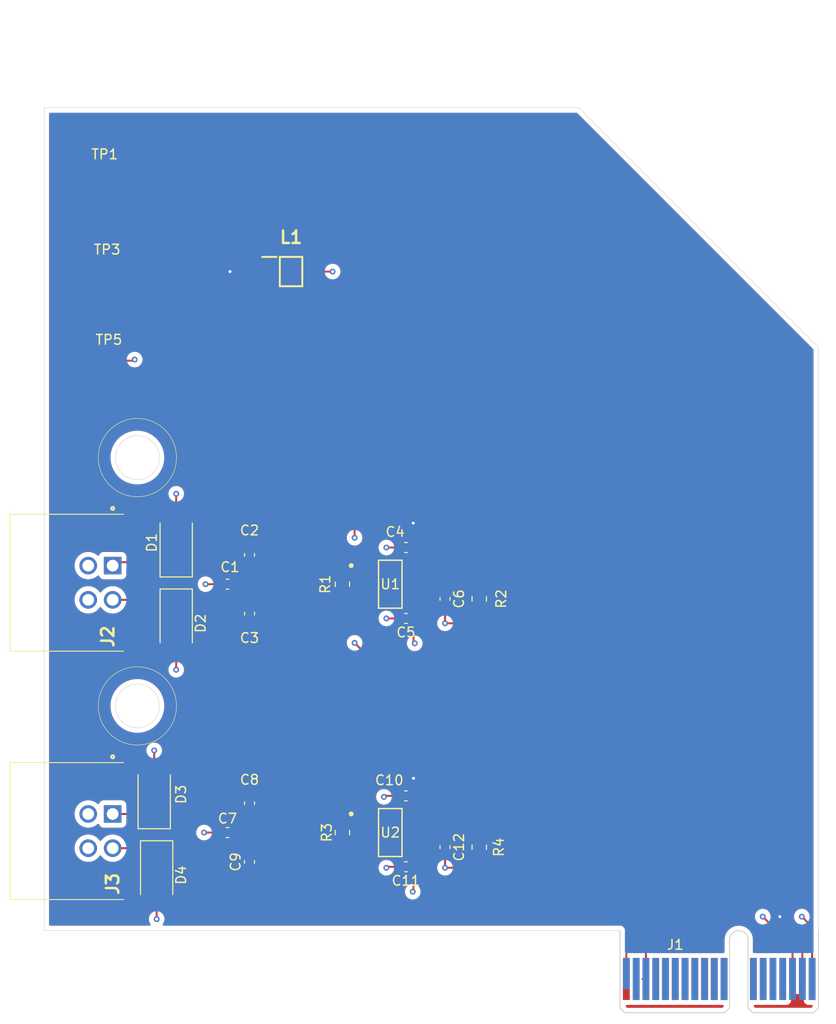
<source format=kicad_pcb>
(kicad_pcb (version 20241229) (generator "pcbnew") (generator_version "9.0")
  (layers (0 "F.Cu" signal) (4 "In1.Cu" signal) (6 "In2.Cu" signal) (2 "B.Cu" signal) (13 "F.Paste" user) (15 "B.Paste" user) (5 "F.SilkS" user "F.Silkscreen") (7 "B.SilkS" user "B.Silkscreen") (1 "F.Mask" user) (3 "B.Mask" user) (25 "Edge.Cuts" user))
  (net 0 "")
  (net 1 "GND")
  (net 2 "/S_{1-}")
  (net 3 "+12V")
  (net 4 "/S_{2-}")
  (net 7 "Net-(C1-Pad2)")
  (net 8 "/S_{1+}")
  (net 9 "+5V")
  (net 10 "/S_{1out}")
  (net 13 "/S_{2out}")
  (net 14 "/S_{2+}")
  (net 17 "-10V")
  (net 26 "Net-(C7-Pad2)")
  (net 47 "/S_{1test}")
  (net 48 "/S_{2test}")
  (net 50 "Net-(R1-Pad2)")
  (net 51 "-12V")
  (net 52 "Net-(R1-Pad1)")
  (net 53 "Net-(R3-Pad2)")
  (net 54 "Net-(R3-Pad1)")
  (footprint "Link Footprints:AD8244ARMZ" (layer "F.Cu") (at 117.75 61.775)
    (property "Reference" "L1" (at 0 -3.5 0) (layer "F.SilkS") (effects (font (size 1.27 1.27) (thickness 0.254))))
    (property "Value" "AD8244ARMZ" (hide yes))
    (fp_line (start -2.95 -1.5) (end -1.5 -1.5) (stroke (width 0.2)) (layer "F.SilkS"))
    (fp_line (start -1.15 -1.5) (end 1.15 -1.5) (stroke (width 0.2)) (layer "F.SilkS"))
    (fp_line (start -1.15 1.5) (end -1.15 -1.5) (stroke (width 0.2)) (layer "F.SilkS"))
    (fp_line (start 1.15 -1.5) (end 1.15 1.5) (stroke (width 0.2)) (layer "F.SilkS"))
    (fp_line (start 1.15 1.5) (end -1.15 1.5) (stroke (width 0.2)) (layer "F.SilkS"))
    (pad "1" smd rect (at -2.225 -1 90) (size 0.3 1.45) (layers "F.Cu" "F.Mask" "F.Paste") (net 10 "/S_{1out}"))
    (pad "2" smd rect (at -2.225 -0.5 90) (size 0.3 1.45) (layers "F.Cu" "F.Mask" "F.Paste") (net 47 "/S_{1test}"))
    (pad "3" smd rect (at -2.225 0 90) (size 0.3 1.45) (layers "F.Cu" "F.Mask" "F.Paste") (net 3 "+12V"))
    (pad "4" smd rect (at -2.225 0.5 90) (size 0.3 1.45) (layers "F.Cu" "F.Mask" "F.Paste") (net 48 "/S_{2test}"))
    (pad "5" smd rect (at -2.225 1 90) (size 0.3 1.45) (layers "F.Cu" "F.Mask" "F.Paste") (net 13 "/S_{2out}"))
    (pad "6" smd rect (at 2.225 1 90) (size 0.3 1.45) (layers "F.Cu" "F.Mask" "F.Paste"))
    (pad "7" smd rect (at 2.225 0.5 90) (size 0.3 1.45) (layers "F.Cu" "F.Mask" "F.Paste"))
    (pad "8" smd rect (at 2.225 0 90) (size 0.3 1.45) (layers "F.Cu" "F.Mask" "F.Paste") (net 1 "GND"))
    (pad "9" smd rect (at 2.225 -0.5 90) (size 0.3 1.45) (layers "F.Cu" "F.Mask" "F.Paste"))
    (pad "10" smd rect (at 2.225 -1 90) (size 0.3 1.45) (layers "F.Cu" "F.Mask" "F.Paste"))
  )
  (footprint "Capacitor_SMD:C_0603_1608Metric" (layer "F.Cu") (at 133.5 120.65 -90)
    (property "Reference" "C12" (at 0 -1.43 90) (layer "F.SilkS"))
    (property "Value" "100pF")
    (fp_line (start -0.14058 0.51) (end 0.14058 0.51) (stroke (width 0.12)) (layer "F.SilkS"))
    (fp_line (start -0.14058 -0.51) (end 0.14058 -0.51) (stroke (width 0.12)) (layer "F.SilkS"))
    (pad "1" smd roundrect (at -0.775 0 270) (size 0.9 0.95) (layers "F.Cu" "F.Mask" "F.Paste") (net 17 "-10V"))
    (pad "2" smd roundrect (at 0.775 0 270) (size 0.9 0.95) (layers "F.Cu" "F.Mask" "F.Paste") (net 1 "GND"))
  )
  (footprint "Link Footprints:Keystone_5017" (layer "F.Cu") (at 96.9375 72.025)
    (property "Reference" "TP5" (at 2.18 -3.28 0) (layer "F.SilkS"))
    (property "Value" "GND")
    (pad "1" smd rect (at 1.965 -1.14) (size 3.43 1.78) (layers "F.Cu" "F.Mask" "F.Paste") (net 1 "GND"))
  )
  (footprint "Capacitor_SMD:C_0603_1608Metric" (layer "F.Cu") (at 129.5 122.65 180)
    (property "Reference" "C11" (at 0 -1.43 0) (layer "F.SilkS"))
    (property "Value" "0.1 uF")
    (fp_line (start -0.14058 0.51) (end 0.14058 0.51) (stroke (width 0.12)) (layer "F.SilkS"))
    (fp_line (start -0.14058 -0.51) (end 0.14058 -0.51) (stroke (width 0.12)) (layer "F.SilkS"))
    (pad "1" smd roundrect (at -0.775 0 180) (size 0.9 0.95) (layers "F.Cu" "F.Mask" "F.Paste") (net 51 "-12V"))
    (pad "2" smd roundrect (at 0.775 0 180) (size 0.9 0.95) (layers "F.Cu" "F.Mask" "F.Paste") (net 1 "GND"))
  )
  (footprint "Capacitor_SMD:C_0603_1608Metric" (layer "F.Cu") (at 129.5 90 180)
    (property "Reference" "C4" (at 1.1 1.6 0) (layer "F.SilkS"))
    (property "Value" "0.1 uF")
    (fp_line (start -0.14058 0.51) (end 0.14058 0.51) (stroke (width 0.12)) (layer "F.SilkS"))
    (fp_line (start -0.14058 -0.51) (end 0.14058 -0.51) (stroke (width 0.12)) (layer "F.SilkS"))
    (pad "1" smd roundrect (at -0.775 0 180) (size 0.9 0.95) (layers "F.Cu" "F.Mask" "F.Paste") (net 3 "+12V"))
    (pad "2" smd roundrect (at 0.775 0 180) (size 0.9 0.95) (layers "F.Cu" "F.Mask" "F.Paste") (net 1 "GND"))
  )
  (footprint "Resistor_SMD:R_0805_2012Metric" (layer "F.Cu") (at 137 95.25 90)
    (property "Reference" "R2" (at 0 2.25 90) (layer "F.SilkS"))
    (property "Value" "10k")
    (fp_line (start -0.227064 -0.735) (end 0.227064 -0.735) (stroke (width 0.12)) (layer "F.SilkS"))
    (fp_line (start -0.227064 0.735) (end 0.227064 0.735) (stroke (width 0.12)) (layer "F.SilkS"))
    (pad "1" smd roundrect (at -0.9125 0 90) (size 1.025 1.4) (layers "F.Cu" "F.Mask" "F.Paste") (roundrect_rratio 0.243902) (net 1 "GND"))
    (pad "2" smd roundrect (at 0.9125 0 90) (size 1.025 1.4) (layers "F.Cu" "F.Mask" "F.Paste") (roundrect_rratio 0.243902) (net 10 "/S_{1out}"))
  )
  (footprint "Link Footprints:PC-1053864" (layer "F.Cu") (at 101.6 127 -90)
    (property "Reference" "J3" (at -2.6 2.1 90) (layer "F.SilkS") (effects (font (size 1.27 1.27) (thickness 0.254))))
    (property "Value" "Conn_02x02_Odd_Even" (hide yes))
    (fp_line (start -15 12.6) (end -15 1) (stroke (width 0.1)) (layer "F.SilkS"))
    (fp_line (start -1 12.6) (end -15 12.6) (stroke (width 0.1)) (layer "F.SilkS"))
    (fp_line (start -1 1) (end -1 12.6) (stroke (width 0.1)) (layer "F.SilkS"))
    (fp_circle (center -15.6 2.1) (end -15.6 2.15) (stroke (width 0.2)) (fill no) (layer "F.SilkS"))
    (pad "1" thru_hole rect (at -9.75 2.1 270) (size 1.8 1.8) (drill 1.2) (layers "*.Cu" "*.Mask") (net 4 "/S_{2-}"))
    (pad "2" thru_hole circle (at -6.25 2.1 270) (size 1.8 1.8) (drill 1.2) (layers "*.Cu" "*.Mask") (net 14 "/S_{2+}"))
    (pad "3" thru_hole circle (at -9.75 4.6 270) (size 1.8 1.8) (drill 1.2) (layers "*.Cu" "*.Mask") (net 9 "+5V"))
    (pad "4" thru_hole circle (at -6.25 4.6 270) (size 1.8 1.8) (drill 1.2) (layers "*.Cu" "*.Mask") (net 1 "GND"))
  )
  (footprint "Resistor_SMD:R_0805_2012Metric" (layer "F.Cu") (at 137 120.65 90)
    (property "Reference" "R4" (at 0 2 90) (layer "F.SilkS"))
    (property "Value" "10k")
    (fp_line (start -0.227064 -0.735) (end 0.227064 -0.735) (stroke (width 0.12)) (layer "F.SilkS"))
    (fp_line (start -0.227064 0.735) (end 0.227064 0.735) (stroke (width 0.12)) (layer "F.SilkS"))
    (pad "1" smd roundrect (at -0.9125 0 90) (size 1.025 1.4) (layers "F.Cu" "F.Mask" "F.Paste") (roundrect_rratio 0.243902) (net 1 "GND"))
    (pad "2" smd roundrect (at 0.9125 0 90) (size 1.025 1.4) (layers "F.Cu" "F.Mask" "F.Paste") (roundrect_rratio 0.243902) (net 13 "/S_{2out}"))
  )
  (footprint "Link Footprints:PC-1053864" (layer "F.Cu") (at 101.6 101.6 -90)
    (property "Reference" "J2" (at -2.5 2.6 90) (layer "F.SilkS") (effects (font (size 1.27 1.27) (thickness 0.254))))
    (property "Value" "Conn_02x02_Odd_Even" (hide yes))
    (fp_line (start -15 12.6) (end -15 1) (stroke (width 0.1)) (layer "F.SilkS"))
    (fp_line (start -1 12.6) (end -15 12.6) (stroke (width 0.1)) (layer "F.SilkS"))
    (fp_line (start -1 1) (end -1 12.6) (stroke (width 0.1)) (layer "F.SilkS"))
    (fp_circle (center -15.6 2.1) (end -15.6 2.15) (stroke (width 0.2)) (fill no) (layer "F.SilkS"))
    (pad "1" thru_hole rect (at -9.75 2.1 270) (size 1.8 1.8) (drill 1.2) (layers "*.Cu" "*.Mask") (net 2 "/S_{1-}"))
    (pad "2" thru_hole circle (at -6.25 2.1 270) (size 1.8 1.8) (drill 1.2) (layers "*.Cu" "*.Mask") (net 8 "/S_{1+}"))
    (pad "3" thru_hole circle (at -9.75 4.6 270) (size 1.8 1.8) (drill 1.2) (layers "*.Cu" "*.Mask") (net 9 "+5V"))
    (pad "4" thru_hole circle (at -6.25 4.6 270) (size 1.8 1.8) (drill 1.2) (layers "*.Cu" "*.Mask") (net 1 "GND"))
  )
  (footprint "Link Footprints:Keystone_5017" (layer "F.Cu") (at 96.9375 52.975)
    (property "Reference" "TP1" (at 1.75 -3.2 0) (layer "F.SilkS"))
    (property "Value" "S1")
    (pad "1" smd rect (at 1.965 -1.14) (size 3.43 1.78) (layers "F.Cu" "F.Mask" "F.Paste") (net 47 "/S_{1test}"))
  )
  (footprint "Capacitor_SMD:C_0603_1608Metric" (layer "F.Cu") (at 113.5 116.15 90)
    (property "Reference" "C8" (at 2.4 0 180) (layer "F.SilkS"))
    (property "Value" "470pF")
    (fp_line (start -0.14058 -0.51) (end 0.14058 -0.51) (stroke (width 0.12)) (layer "F.SilkS"))
    (fp_line (start -0.14058 0.51) (end 0.14058 0.51) (stroke (width 0.12)) (layer "F.SilkS"))
    (pad "1" smd roundrect (at -0.775 0 90) (size 0.9 0.95) (layers "F.Cu" "F.Mask" "F.Paste") (net 26 "Net-(C7-Pad2)"))
    (pad "2" smd roundrect (at 0.775 0 90) (size 0.9 0.95) (layers "F.Cu" "F.Mask" "F.Paste") (net 4 "/S_{2-}"))
  )
  (footprint "Capacitor_SMD:C_0603_1608Metric" (layer "F.Cu") (at 113.5 90.75 90)
    (property "Reference" "C2" (at 2.5 0 180) (layer "F.SilkS"))
    (property "Value" "470pF")
    (fp_line (start -0.14058 -0.51) (end 0.14058 -0.51) (stroke (width 0.12)) (layer "F.SilkS"))
    (fp_line (start -0.14058 0.51) (end 0.14058 0.51) (stroke (width 0.12)) (layer "F.SilkS"))
    (pad "1" smd roundrect (at -0.775 0 90) (size 0.9 0.95) (layers "F.Cu" "F.Mask" "F.Paste") (net 7 "Net-(C1-Pad2)"))
    (pad "2" smd roundrect (at 0.775 0 90) (size 0.9 0.95) (layers "F.Cu" "F.Mask" "F.Paste") (net 2 "/S_{1-}"))
  )
  (footprint "Link Footprints:INA849" (layer "F.Cu") (at 127.9 93.75)
    (property "Reference" "U1" (at 0 0 0) (layer "F.SilkS"))
    (property "Value" "INA849D")
    (fp_line (start -1.2 -2.4525) (end 1.2 -2.4525) (stroke (width 0.15)) (layer "F.SilkS"))
    (fp_line (start -1.2 2.4525) (end -1.2 -2.4525) (stroke (width 0.15)) (layer "F.SilkS"))
    (fp_line (start -1.2 2.4525) (end 1.2 2.4525) (stroke (width 0.15)) (layer "F.SilkS"))
    (fp_line (start 1.2 2.4525) (end 1.2 -2.4525) (stroke (width 0.15)) (layer "F.SilkS"))
    (fp_circle (center -3.998178 -1.905) (end -3.873177 -1.905) (stroke (width 0.25)) (fill no) (layer "F.SilkS"))
    (pad "1" smd rect (at -2.3636 -1.905) (size 2.169158 0.582132) (layers "F.Cu" "F.Mask" "F.Paste") (net 2 "/S_{1-}"))
    (pad "2" smd rect (at -2.3636 -0.635) (size 2.169158 0.582132) (layers "F.Cu" "F.Mask" "F.Paste") (net 52 "Net-(R1-Pad1)"))
    (pad "3" smd rect (at -2.3636 0.635) (size 2.169158 0.582132) (layers "F.Cu" "F.Mask" "F.Paste") (net 50 "Net-(R1-Pad2)"))
    (pad "4" smd rect (at -2.3636 1.905) (size 2.169158 0.582132) (layers "F.Cu" "F.Mask" "F.Paste") (net 8 "/S_{1+}"))
    (pad "5" smd rect (at 2.3636 1.905) (size 2.169158 0.582132) (layers "F.Cu" "F.Mask" "F.Paste") (net 51 "-12V"))
    (pad "6" smd rect (at 2.3636 0.635) (size 2.169158 0.582132) (layers "F.Cu" "F.Mask" "F.Paste") (net 17 "-10V"))
    (pad "7" smd rect (at 2.3636 -0.635) (size 2.169158 0.582132) (layers "F.Cu" "F.Mask" "F.Paste") (net 10 "/S_{1out}"))
    (pad "8" smd rect (at 2.3636 -1.905) (size 2.169158 0.582132) (layers "F.Cu" "F.Mask" "F.Paste") (net 3 "+12V"))
  )
  (footprint "Capacitor_SMD:C_0603_1608Metric" (layer "F.Cu") (at 133.5 95.25 -90)
    (property "Reference" "C6" (at 0 -1.43 90) (layer "F.SilkS"))
    (property "Value" "100pF")
    (fp_line (start -0.14058 0.51) (end 0.14058 0.51) (stroke (width 0.12)) (layer "F.SilkS"))
    (fp_line (start -0.14058 -0.51) (end 0.14058 -0.51) (stroke (width 0.12)) (layer "F.SilkS"))
    (pad "1" smd roundrect (at -0.775 0 270) (size 0.9 0.95) (layers "F.Cu" "F.Mask" "F.Paste") (net 17 "-10V"))
    (pad "2" smd roundrect (at 0.775 0 270) (size 0.9 0.95) (layers "F.Cu" "F.Mask" "F.Paste") (net 1 "GND"))
  )
  (footprint "Diode_SMD:D_SMA" (layer "F.Cu") (at 104 123.5 -90)
    (property "Reference" "D4" (at 0 -2.5 90) (layer "F.SilkS"))
    (property "Value" "SMAJ20A")
    (fp_line (start -3.51 1.65) (end 2 1.65) (stroke (width 0.12)) (layer "F.SilkS"))
    (fp_line (start -3.51 -1.65) (end -3.51 1.65) (stroke (width 0.12)) (layer "F.SilkS"))
    (fp_line (start -3.51 -1.65) (end 2 -1.65) (stroke (width 0.12)) (layer "F.SilkS"))
    (pad "1" smd roundrect (at -2 0 270) (size 2.5 1.8) (layers "F.Cu" "F.Mask" "F.Paste") (roundrect_rratio 0.1388888889) (net 14 "/S_{2+}"))
    (pad "2" smd roundrect (at 2 0 270) (size 2.5 1.8) (layers "F.Cu" "F.Mask" "F.Paste") (roundrect_rratio 0.1388888889) (net 1 "GND"))
  )
  (footprint "Capacitor_SMD:C_0603_1608Metric" (layer "F.Cu") (at 129.5 115.4 180)
    (property "Reference" "C10" (at 1.7 1.6 0) (layer "F.SilkS"))
    (property "Value" "0.1 uF")
    (fp_line (start -0.14058 0.51) (end 0.14058 0.51) (stroke (width 0.12)) (layer "F.SilkS"))
    (fp_line (start -0.14058 -0.51) (end 0.14058 -0.51) (stroke (width 0.12)) (layer "F.SilkS"))
    (pad "1" smd roundrect (at -0.775 0 180) (size 0.9 0.95) (layers "F.Cu" "F.Mask" "F.Paste") (net 3 "+12V"))
    (pad "2" smd roundrect (at 0.775 0 180) (size 0.9 0.95) (layers "F.Cu" "F.Mask" "F.Paste") (net 1 "GND"))
  )
  (footprint "Capacitor_SMD:C_0603_1608Metric" (layer "F.Cu") (at 113.5 96.75 90)
    (property "Reference" "C3" (at -2.5 0 180) (layer "F.SilkS"))
    (property "Value" "470pF")
    (fp_line (start -0.14058 -0.51) (end 0.14058 -0.51) (stroke (width 0.12)) (layer "F.SilkS"))
    (fp_line (start -0.14058 0.51) (end 0.14058 0.51) (stroke (width 0.12)) (layer "F.SilkS"))
    (pad "1" smd roundrect (at -0.775 0 90) (size 0.9 0.95) (layers "F.Cu" "F.Mask" "F.Paste") (net 8 "/S_{1+}"))
    (pad "2" smd roundrect (at 0.775 0 90) (size 0.9 0.95) (layers "F.Cu" "F.Mask" "F.Paste") (net 7 "Net-(C1-Pad2)"))
  )
  (footprint "Capacitor_SMD:C_0603_1608Metric" (layer "F.Cu") (at 129.5 97.25 180)
    (property "Reference" "C5" (at 0 -1.43 0) (layer "F.SilkS"))
    (property "Value" "0.1 uF")
    (fp_line (start -0.14058 0.51) (end 0.14058 0.51) (stroke (width 0.12)) (layer "F.SilkS"))
    (fp_line (start -0.14058 -0.51) (end 0.14058 -0.51) (stroke (width 0.12)) (layer "F.SilkS"))
    (pad "1" smd roundrect (at -0.775 0 180) (size 0.9 0.95) (layers "F.Cu" "F.Mask" "F.Paste") (net 51 "-12V"))
    (pad "2" smd roundrect (at 0.775 0 180) (size 0.9 0.95) (layers "F.Cu" "F.Mask" "F.Paste") (net 1 "GND"))
  )
  (footprint "Resistor_SMD:R_0805_2012Metric" (layer "F.Cu") (at 123 93.75 -90)
    (property "Reference" "R1" (at 0 1.75 90) (layer "F.SilkS"))
    (property "Value" "1")
    (fp_line (start -0.227064 0.735) (end 0.227064 0.735) (stroke (width 0.12)) (layer "F.SilkS"))
    (fp_line (start -0.227064 -0.735) (end 0.227064 -0.735) (stroke (width 0.12)) (layer "F.SilkS"))
    (pad "1" smd roundrect (at -0.9125 0 270) (size 1.025 1.4) (layers "F.Cu" "F.Mask" "F.Paste") (roundrect_rratio 0.243902) (net 52 "Net-(R1-Pad1)"))
    (pad "2" smd roundrect (at 0.9125 0 270) (size 1.025 1.4) (layers "F.Cu" "F.Mask" "F.Paste") (roundrect_rratio 0.243902) (net 50 "Net-(R1-Pad2)"))
  )
  (footprint "Capacitor_SMD:C_0603_1608Metric" (layer "F.Cu") (at 111.25 93.75)
    (property "Reference" "C1" (at 0.25 -1.75 0) (layer "F.SilkS"))
    (property "Value" "47pF")
    (fp_line (start -0.14058 -0.51) (end 0.14058 -0.51) (stroke (width 0.12)) (layer "F.SilkS"))
    (fp_line (start -0.14058 0.51) (end 0.14058 0.51) (stroke (width 0.12)) (layer "F.SilkS"))
    (pad "1" smd roundrect (at -0.775 0) (size 0.9 0.95) (layers "F.Cu" "F.Mask" "F.Paste") (net 1 "GND"))
    (pad "2" smd roundrect (at 0.775 0) (size 0.9 0.95) (layers "F.Cu" "F.Mask" "F.Paste") (net 7 "Net-(C1-Pad2)"))
  )
  (footprint "Diode_SMD:D_SMA" (layer "F.Cu") (at 103.75 115.25 90)
    (property "Reference" "D3" (at 0 2.75 90) (layer "F.SilkS"))
    (property "Value" "SMAJ20A")
    (fp_line (start -3.51 -1.65) (end 2 -1.65) (stroke (width 0.12)) (layer "F.SilkS"))
    (fp_line (start -3.51 -1.65) (end -3.51 1.65) (stroke (width 0.12)) (layer "F.SilkS"))
    (fp_line (start -3.51 1.65) (end 2 1.65) (stroke (width 0.12)) (layer "F.SilkS"))
    (pad "1" smd roundrect (at -2 0 90) (size 2.5 1.8) (layers "F.Cu" "F.Mask" "F.Paste") (roundrect_rratio 0.1388888889) (net 4 "/S_{2-}"))
    (pad "2" smd roundrect (at 2 0 90) (size 2.5 1.8) (layers "F.Cu" "F.Mask" "F.Paste") (roundrect_rratio 0.1388888889) (net 1 "GND"))
  )
  (footprint "Capacitor_SMD:C_0603_1608Metric" (layer "F.Cu") (at 113.5 122.15 90)
    (property "Reference" "C9" (at 0 -1.43 90) (layer "F.SilkS"))
    (property "Value" "470pF")
    (fp_line (start -0.14058 -0.51) (end 0.14058 -0.51) (stroke (width 0.12)) (layer "F.SilkS"))
    (fp_line (start -0.14058 0.51) (end 0.14058 0.51) (stroke (width 0.12)) (layer "F.SilkS"))
    (pad "1" smd roundrect (at -0.775 0 90) (size 0.9 0.95) (layers "F.Cu" "F.Mask" "F.Paste") (net 14 "/S_{2+}"))
    (pad "2" smd roundrect (at 0.775 0 90) (size 0.9 0.95) (layers "F.Cu" "F.Mask" "F.Paste") (net 26 "Net-(C7-Pad2)"))
  )
  (footprint "Diode_SMD:D_SMA" (layer "F.Cu") (at 106 89.5 90)
    (property "Reference" "D1" (at 0 -2.5 90) (layer "F.SilkS"))
    (property "Value" "SMAJ20A")
    (fp_line (start -3.51 -1.65) (end 2 -1.65) (stroke (width 0.12)) (layer "F.SilkS"))
    (fp_line (start -3.51 -1.65) (end -3.51 1.65) (stroke (width 0.12)) (layer "F.SilkS"))
    (fp_line (start -3.51 1.65) (end 2 1.65) (stroke (width 0.12)) (layer "F.SilkS"))
    (pad "1" smd roundrect (at -2 0 90) (size 2.5 1.8) (layers "F.Cu" "F.Mask" "F.Paste") (roundrect_rratio 0.1388888889) (net 2 "/S_{1-}"))
    (pad "2" smd roundrect (at 2 0 90) (size 2.5 1.8) (layers "F.Cu" "F.Mask" "F.Paste") (roundrect_rratio 0.1388888889) (net 1 "GND"))
  )
  (footprint "Resistor_SMD:R_0805_2012Metric" (layer "F.Cu") (at 123 119.15 -90)
    (property "Reference" "R3" (at 0 1.6 90) (layer "F.SilkS"))
    (property "Value" "1")
    (fp_line (start -0.227064 0.735) (end 0.227064 0.735) (stroke (width 0.12)) (layer "F.SilkS"))
    (fp_line (start -0.227064 -0.735) (end 0.227064 -0.735) (stroke (width 0.12)) (layer "F.SilkS"))
    (pad "1" smd roundrect (at -0.9125 0 270) (size 1.025 1.4) (layers "F.Cu" "F.Mask" "F.Paste") (roundrect_rratio 0.243902) (net 54 "Net-(R3-Pad1)"))
    (pad "2" smd roundrect (at 0.9125 0 270) (size 1.025 1.4) (layers "F.Cu" "F.Mask" "F.Paste") (roundrect_rratio 0.243902) (net 53 "Net-(R3-Pad2)"))
  )
  (footprint "Connector_PCBEdge:BUS_PCIexpress_x1" (layer "F.Cu") (at 151.4 129.175)
    (property "Reference" "J1" (at 5.65 1.45 0) (layer "F.SilkS"))
    (property "Value" "PCIE-036-02-X-D-TH")
    (fp_line (start 0 0) (end 0 7.9) (stroke (width 0.1)) (layer "Edge.Cuts"))
    (fp_line (start 0 7.9) (end 0.5 8.4) (stroke (width 0.1)) (layer "Edge.Cuts"))
    (fp_line (start 0.5 8.4) (end 10.7 8.4) (stroke (width 0.1)) (layer "Edge.Cuts"))
    (fp_line (start 11.2 0.95) (end 11.2 7.9) (stroke (width 0.1)) (layer "Edge.Cuts"))
    (fp_line (start 11.2 7.9) (end 10.7 8.4) (stroke (width 0.1)) (layer "Edge.Cuts"))
    (fp_line (start 13.1 0.95) (end 13.1 7.9) (stroke (width 0.1)) (layer "Edge.Cuts"))
    (fp_line (start 13.1 7.9) (end 13.6 8.4) (stroke (width 0.1)) (layer "Edge.Cuts"))
    (fp_line (start 13.6 8.4) (end 19.8 8.4) (stroke (width 0.1)) (layer "Edge.Cuts"))
    (fp_line (start 20.3 0) (end 20.3 7.9) (stroke (width 0.1)) (layer "Edge.Cuts"))
    (fp_line (start 20.3 7.9) (end 19.8 8.4) (stroke (width 0.1)) (layer "Edge.Cuts"))
    (fp_arc (start 11.2 0.95) (mid 12.15 0) (end 13.1 0.95) (stroke (width 0.1)) (layer "Edge.Cuts"))
    (pad "A1" connect rect (at 0.65 4.4) (size 0.7 3.2) (layers "B.Cu" "B.Mask"))
    (pad "A2" connect rect (at 1.65 4.95) (size 0.7 4.3) (layers "B.Cu" "B.Mask"))
    (pad "A3" connect rect (at 2.65 4.95) (size 0.7 4.3) (layers "B.Cu" "B.Mask"))
    (pad "A4" connect rect (at 3.65 4.95) (size 0.7 4.3) (layers "B.Cu" "B.Mask"))
    (pad "A5" connect rect (at 4.65 4.95) (size 0.7 4.3) (layers "B.Cu" "B.Mask"))
    (pad "A6" connect rect (at 5.65 4.95) (size 0.7 4.3) (layers "B.Cu" "B.Mask"))
    (pad "A7" connect rect (at 6.65 4.95) (size 0.7 4.3) (layers "B.Cu" "B.Mask"))
    (pad "A8" connect rect (at 7.65 4.95) (size 0.7 4.3) (layers "B.Cu" "B.Mask"))
    (pad "A9" connect rect (at 8.65 4.95) (size 0.7 4.3) (layers "B.Cu" "B.Mask"))
    (pad "A10" connect rect (at 9.65 4.95) (size 0.7 4.3) (layers "B.Cu" "B.Mask"))
    (pad "A11" connect rect (at 10.65 4.95) (size 0.7 4.3) (layers "B.Cu" "B.Mask"))
    (pad "A12" connect rect (at 13.65 4.95) (size 0.7 4.3) (layers "B.Cu" "B.Mask"))
    (pad "A13" connect rect (at 14.65 4.95) (size 0.7 4.3) (layers "B.Cu" "B.Mask"))
    (pad "A14" connect rect (at 15.65 4.95) (size 0.7 4.3) (layers "B.Cu" "B.Mask"))
    (pad "A15" connect rect (at 16.65 4.95) (size 0.7 4.3) (layers "B.Cu" "B.Mask"))
    (pad "A16" connect rect (at 17.65 4.95) (size 0.7 4.3) (layers "B.Cu" "B.Mask"))
    (pad "A17" connect rect (at 18.65 4.95) (size 0.7 4.3) (layers "B.Cu" "B.Mask"))
    (pad "A18" connect rect (at 19.65 4.95) (size 0.7 4.3) (layers "B.Cu" "B.Mask"))
    (pad "B1" connect rect (at 0.65 4.95) (size 0.7 4.3) (layers "F.Cu" "F.Mask") (net 13 "/S_{2out}"))
    (pad "B2" connect rect (at 1.65 4.95) (size 0.7 4.3) (layers "F.Cu" "F.Mask"))
    (pad "B3" connect rect (at 2.65 4.95) (size 0.7 4.3) (layers "F.Cu" "F.Mask") (net 10 "/S_{1out}"))
    (pad "B4" connect rect (at 3.65 4.95) (size 0.7 4.3) (layers "F.Cu" "F.Mask"))
    (pad "B5" connect rect (at 4.65 4.95) (size 0.7 4.3) (layers "F.Cu" "F.Mask"))
    (pad "B6" connect rect (at 5.65 4.95) (size 0.7 4.3) (layers "F.Cu" "F.Mask"))
    (pad "B7" connect rect (at 6.65 4.95) (size 0.7 4.3) (layers "F.Cu" "F.Mask"))
    (pad "B8" connect rect (at 7.65 4.95) (size 0.7 4.3) (layers "F.Cu" "F.Mask"))
    (pad "B9" connect rect (at 8.65 4.95) (size 0.7 4.3) (layers "F.Cu" "F.Mask"))
    (pad "B10" connect rect (at 9.65 4.95) (size 0.7 4.3) (layers "F.Cu" "F.Mask"))
    (pad "B11" connect rect (at 10.65 4.95) (size 0.7 4.3) (layers "F.Cu" "F.Mask"))
    (pad "B12" connect rect (at 13.65 4.95) (size 0.7 4.3) (layers "F.Cu" "F.Mask"))
    (pad "B13" connect rect (at 14.65 4.95) (size 0.7 4.3) (layers "F.Cu" "F.Mask"))
    (pad "B14" connect rect (at 15.65 4.95) (size 0.7 4.3) (layers "F.Cu" "F.Mask"))
    (pad "B15" connect rect (at 16.65 4.95) (size 0.7 4.3) (layers "F.Cu" "F.Mask"))
    (pad "B16" connect rect (at 17.65 4.4) (size 0.7 3.2) (layers "F.Cu" "F.Mask") (net 51 "-12V"))
    (pad "B17" connect rect (at 18.65 4.4) (size 0.7 3.2) (layers "F.Cu" "F.Mask") (net 3 "+12V"))
    (pad "B18" connect rect (at 19.65 4.95) (size 0.7 4.3) (layers "F.Cu" "F.Mask") (net 1 "GND"))
  )
  (footprint "Diode_SMD:D_SMA" (layer "F.Cu") (at 106 97.75 -90)
    (property "Reference" "D2" (at 0 -2.5 90) (layer "F.SilkS"))
    (property "Value" "SMAJ20A")
    (fp_line (start -3.51 1.65) (end 2 1.65) (stroke (width 0.12)) (layer "F.SilkS"))
    (fp_line (start -3.51 -1.65) (end -3.51 1.65) (stroke (width 0.12)) (layer "F.SilkS"))
    (fp_line (start -3.51 -1.65) (end 2 -1.65) (stroke (width 0.12)) (layer "F.SilkS"))
    (pad "1" smd roundrect (at -2 0 270) (size 2.5 1.8) (layers "F.Cu" "F.Mask" "F.Paste") (roundrect_rratio 0.1388888889) (net 8 "/S_{1+}"))
    (pad "2" smd roundrect (at 2 0 270) (size 2.5 1.8) (layers "F.Cu" "F.Mask" "F.Paste") (roundrect_rratio 0.1388888889) (net 1 "GND"))
  )
  (footprint "Link Footprints:Keystone_5017" (layer "F.Cu") (at 96.9375 62.5)
    (property "Reference" "TP3" (at 2 -2.975 0) (layer "F.SilkS"))
    (property "Value" "S2")
    (pad "1" smd rect (at 1.965 -1.14) (size 3.43 1.78) (layers "F.Cu" "F.Mask" "F.Paste") (net 48 "/S_{2test}"))
  )
  (footprint "Capacitor_SMD:C_0603_1608Metric" (layer "F.Cu") (at 111.25 119.15)
    (property "Reference" "C7" (at 0 -1.43 0) (layer "F.SilkS"))
    (property "Value" "47pF")
    (fp_line (start -0.14058 -0.51) (end 0.14058 -0.51) (stroke (width 0.12)) (layer "F.SilkS"))
    (fp_line (start -0.14058 0.51) (end 0.14058 0.51) (stroke (width 0.12)) (layer "F.SilkS"))
    (pad "1" smd roundrect (at -0.775 0) (size 0.9 0.95) (layers "F.Cu" "F.Mask" "F.Paste") (net 1 "GND"))
    (pad "2" smd roundrect (at 0.775 0) (size 0.9 0.95) (layers "F.Cu" "F.Mask" "F.Paste") (net 26 "Net-(C7-Pad2)"))
  )
  (footprint "Link Footprints:INA849" (layer "F.Cu") (at 127.9 119.15)
    (property "Reference" "U2" (at 0 0 0) (layer "F.SilkS"))
    (property "Value" "INA849D")
    (fp_line (start -1.2 -2.4525) (end 1.2 -2.4525) (stroke (width 0.15)) (layer "F.SilkS"))
    (fp_line (start -1.2 2.4525) (end -1.2 -2.4525) (stroke (width 0.15)) (layer "F.SilkS"))
    (fp_line (start -1.2 2.4525) (end 1.2 2.4525) (stroke (width 0.15)) (layer "F.SilkS"))
    (fp_line (start 1.2 2.4525) (end 1.2 -2.4525) (stroke (width 0.15)) (layer "F.SilkS"))
    (fp_circle (center -3.998178 -1.905) (end -3.873177 -1.905) (stroke (width 0.25)) (fill no) (layer "F.SilkS"))
    (pad "1" smd rect (at -2.3636 -1.905) (size 2.169158 0.582132) (layers "F.Cu" "F.Mask" "F.Paste") (net 4 "/S_{2-}"))
    (pad "2" smd rect (at -2.3636 -0.635) (size 2.169158 0.582132) (layers "F.Cu" "F.Mask" "F.Paste") (net 54 "Net-(R3-Pad1)"))
    (pad "3" smd rect (at -2.3636 0.635) (size 2.169158 0.582132) (layers "F.Cu" "F.Mask" "F.Paste") (net 53 "Net-(R3-Pad2)"))
    (pad "4" smd rect (at -2.3636 1.905) (size 2.169158 0.582132) (layers "F.Cu" "F.Mask" "F.Paste") (net 14 "/S_{2+}"))
    (pad "5" smd rect (at 2.3636 1.905) (size 2.169158 0.582132) (layers "F.Cu" "F.Mask" "F.Paste") (net 51 "-12V"))
    (pad "6" smd rect (at 2.3636 0.635) (size 2.169158 0.582132) (layers "F.Cu" "F.Mask" "F.Paste") (net 17 "-10V"))
    (pad "7" smd rect (at 2.3636 -0.635) (size 2.169158 0.582132) (layers "F.Cu" "F.Mask" "F.Paste") (net 13 "/S_{2out}"))
    (pad "8" smd rect (at 2.3636 -1.905) (size 2.169158 0.582132) (layers "F.Cu" "F.Mask" "F.Paste") (net 3 "+12V"))
  )
  (gr_circle (center 102.027219 106.2) (end 102.027219 102.2) (stroke (width 0.05)) (fill no) (layer "F.SilkS"))
  (gr_circle (center 102.027219 80.8) (end 102.027219 76.8) (stroke (width 0.05)) (fill no) (layer "F.SilkS"))
  (gr_line (start 92.5 129.175) (end 92.5 45.025) (stroke (width 0.05)) (layer "Edge.Cuts"))
  (gr_line (start 147.2 45.025) (end 171.7 69.525) (stroke (width 0.05)) (layer "Edge.Cuts"))
  (gr_line (start 92.5 45.025) (end 147.2 45.025) (stroke (width 0.05)) (layer "Edge.Cuts"))
  (gr_circle (center 102.027219 106.2) (end 104.277219 106.2) (stroke (width 0.05)) (fill no) (layer "Edge.Cuts"))
  (gr_line (start 151.4 129.175) (end 92.5 129.175) (stroke (width 0.05)) (layer "Edge.Cuts"))
  (gr_circle (center 102.027219 80.8) (end 104.277219 80.8) (stroke (width 0.05)) (fill no) (layer "Edge.Cuts"))
  (gr_line (start 171.7 129.175) (end 171.7 69.525) (stroke (width 0.05)) (layer "Edge.Cuts"))
  (segment (start 171.05 128.8) (end 170 127.75) (width 0.2) (layer "F.Cu") (net 1))
  (segment (start 106 99.75) (end 106 102.5) (width 0.2) (layer "F.Cu") (net 1))
  (segment (start 101.64 70.885) (end 101.75 70.775) (width 0.2) (layer "F.Cu") (net 1))
  (segment (start 110.475 93.75) (end 109 93.75) (width 0.2) (layer "F.Cu") (net 1))
  (segment (start 133.5 96.275) (end 133.5 97.75) (width 0.2) (layer "F.Cu") (net 1))
  (segment (start 119.975 61.775) (end 122 61.775) (width 0.2) (layer "F.Cu") (net 1))
  (segment (start 133.5 121.425) (end 133.5 122.75) (width 0.2) (layer "F.Cu") (net 1))
  (segment (start 108.85 119.15) (end 110.475 119.15) (width 0.2) (layer "F.Cu") (net 1))
  (segment (start 98.9025 70.885) (end 101.64 70.885) (width 0.2) (layer "F.Cu") (net 1))
  (segment (start 128.725 97.25) (end 127.5 97.25) (width 0.2) (layer "F.Cu") (net 1))
  (segment (start 127.35 115.4) (end 127.25 115.5) (width 0.2) (layer "F.Cu") (net 1))
  (segment (start 104 125.5) (end 104 128) (width 0.2) (layer "F.Cu") (net 1))
  (segment (start 103.75 113.25) (end 103.75 110.75) (width 0.2) (layer "F.Cu") (net 1))
  (segment (start 137 121.5625) (end 135.8125 122.75) (width 0.2) (layer "F.Cu") (net 1))
  (segment (start 135.8125 122.75) (end 133.5 122.75) (width 0.2) (layer "F.Cu") (net 1))
  (segment (start 128.725 122.65) (end 127.6 122.65) (width 0.2) (layer "F.Cu") (net 1))
  (segment (start 106 84.5) (end 106 87.5) (width 0.2) (layer "F.Cu") (net 1))
  (segment (start 128.725 115.4) (end 127.35 115.4) (width 0.2) (layer "F.Cu") (net 1))
  (segment (start 171.05 134.125) (end 171.05 128.8) (width 0.2) (layer "F.Cu") (net 1))
  (segment (start 127.6 122.65) (end 127.5 122.75) (width 0.2) (layer "F.Cu") (net 1))
  (segment (start 128.725 90) (end 127.5 90) (width 0.2) (layer "F.Cu") (net 1))
  (segment (start 137 96.1625) (end 137 96.25) (width 0.2) (layer "F.Cu") (net 1))
  (segment (start 137 96.25) (end 135.5 97.75) (width 0.2) (layer "F.Cu") (net 1))
  (segment (start 135.5 97.75) (end 133.5 97.75) (width 0.2) (layer "F.Cu") (net 1))
  (via (at 133.5 97.75) (size 0.6) (drill 0.3) (layers "F.Cu" "B.Cu") (net 1))
  (via (at 109 93.75) (size 0.6) (drill 0.3) (layers "F.Cu" "B.Cu") (net 1))
  (via (at 127.25 115.5) (size 0.6) (drill 0.3) (layers "F.Cu" "B.Cu") (net 1))
  (via (at 103.75 110.75) (size 0.6) (drill 0.3) (layers "F.Cu" "B.Cu") (net 1))
  (via (at 127.5 122.75) (size 0.6) (drill 0.3) (layers "F.Cu" "B.Cu") (net 1))
  (via (at 101.75 70.775) (size 0.6) (drill 0.3) (layers "F.Cu" "B.Cu") (net 1))
  (via (at 106 102.5) (size 0.6) (drill 0.3) (layers "F.Cu" "B.Cu") (net 1))
  (via (at 106 84.5) (size 0.6) (drill 0.3) (layers "F.Cu" "B.Cu") (net 1))
  (via (at 108.85 119.15) (size 0.6) (drill 0.3) (layers "F.Cu" "B.Cu") (net 1))
  (via (at 122 61.775) (size 0.6) (drill 0.3) (layers "F.Cu" "B.Cu") (net 1))
  (via (at 133.5 122.75) (size 0.6) (drill 0.3) (layers "F.Cu" "B.Cu") (net 1))
  (via (at 170 127.75) (size 0.6) (drill 0.3) (layers "F.Cu" "B.Cu") (net 1))
  (via (at 127.5 97.25) (size 0.6) (drill 0.3) (layers "F.Cu" "B.Cu") (net 1))
  (via (at 104 128) (size 0.6) (drill 0.3) (layers "F.Cu" "B.Cu") (net 1))
  (via (at 127.5 90) (size 0.6) (drill 0.3) (layers "F.Cu" "B.Cu") (net 1))
  (segment (start 107.5 90) (end 113.475 90) (width 0.2) (layer "F.Cu") (net 2))
  (segment (start 99.5 91.85) (end 99.65 91.85) (width 0.2) (layer "F.Cu") (net 2))
  (segment (start 99.85 91.5) (end 99.5 91.85) (width 0.2) (layer "F.Cu") (net 2))
  (segment (start 118.225 89.975) (end 113.5 89.975) (width 0.2) (layer "F.Cu") (net 2))
  (segment (start 106 91.5) (end 107.5 90) (width 0.2) (layer "F.Cu") (net 2))
  (segment (start 125.5364 91.845) (end 120.095 91.845) (width 0.2) (layer "F.Cu") (net 2))
  (segment (start 113.475 90) (end 113.5 89.975) (width 0.2) (layer "F.Cu") (net 2))
  (segment (start 99.65 91.85) (end 100 91.5) (width 0.2) (layer "F.Cu") (net 2))
  (segment (start 120.095 91.845) (end 118.225 89.975) (width 0.2) (layer "F.Cu") (net 2))
  (segment (start 100 91.5) (end 106 91.5) (width 0.2) (layer "F.Cu") (net 2))
  (segment (start 130.2636 115.4114) (end 130.275 115.4) (width 0.2) (layer "F.Cu") (net 3))
  (segment (start 130.2636 91.845) (end 130.2636 90.0114) (width 0.2) (layer "F.Cu") (net 3))
  (segment (start 130.2636 90.0114) (end 130.275 90) (width 0.2) (layer "F.Cu") (net 3))
  (segment (start 170.05 130.05) (end 170.05 133.575) (width 0.2) (layer "F.Cu") (net 3))
  (segment (start 167.75 127.75) (end 170.05 130.05) (width 0.2) (layer "F.Cu") (net 3))
  (segment (start 130.2636 117.245) (end 130.2636 115.4114) (width 0.2) (layer "F.Cu") (net 3))
  (segment (start 130.275 87.525) (end 130.25 87.5) (width 0.2) (layer "F.Cu") (net 3))
  (segment (start 115.525 61.775) (end 111.5 61.775) (width 0.2) (layer "F.Cu") (net 3))
  (segment (start 130.275 90) (end 130.275 87.525) (width 0.2) (layer "F.Cu") (net 3))
  (segment (start 130.275 113.6) (end 130.275 115.4) (width 0.2) (layer "F.Cu") (net 3))
  (via (at 167.75 127.75) (size 0.6) (drill 0.3) (layers "F.Cu" "B.Cu") (net 3))
  (via (at 130.25 87.5) (size 0.6) (drill 0.3) (layers "F.Cu" "B.Cu") (net 3))
  (via (at 130.275 113.6) (size 0.6) (drill 0.3) (layers "F.Cu" "B.Cu") (net 3))
  (via (at 111.5 61.775) (size 0.6) (drill 0.3) (layers "F.Cu" "B.Cu") (net 3))
  (segment (start 103.75 117.25) (end 105.5 115.5) (width 0.2) (layer "F.Cu") (net 4))
  (segment (start 105.5 115.5) (end 113.375 115.5) (width 0.2) (layer "F.Cu") (net 4))
  (segment (start 125.5364 117.245) (end 115.37 117.245) (width 0.2) (layer "F.Cu") (net 4))
  (segment (start 115.37 117.245) (end 113.5 115.375) (width 0.2) (layer "F.Cu") (net 4))
  (segment (start 113.375 115.5) (end 113.5 115.375) (width 0.2) (layer "F.Cu") (net 4))
  (segment (start 103.75 117.25) (end 99.5 117.25) (width 0.2) (layer "F.Cu") (net 4))
  (segment (start 113.5 91.525) (end 113.5 92.275) (width 0.2) (layer "F.Cu") (net 7))
  (segment (start 113.5 95.225) (end 112.025 93.75) (width 0.2) (layer "F.Cu") (net 7))
  (segment (start 113.5 95.975) (end 113.5 95.225) (width 0.2) (layer "F.Cu") (net 7))
  (segment (start 113.5 92.275) (end 112.025 93.75) (width 0.2) (layer "F.Cu") (net 7))
  (segment (start 120.345 95.655) (end 125.5364 95.655) (width 0.2) (layer "F.Cu") (net 8))
  (segment (start 113.5 97.525) (end 118.475 97.525) (width 0.2) (layer "F.Cu") (net 8))
  (segment (start 106 95.75) (end 111.725 95.75) (width 0.2) (layer "F.Cu") (net 8))
  (segment (start 111.725 95.75) (end 113.5 97.525) (width 0.2) (layer "F.Cu") (net 8))
  (segment (start 105.6 95.35) (end 106 95.75) (width 0.2) (layer "F.Cu") (net 8))
  (segment (start 118.475 97.525) (end 120.345 95.655) (width 0.2) (layer "F.Cu") (net 8))
  (segment (start 99.9 95.75) (end 99.5 95.35) (width 0.2) (layer "F.Cu") (net 8))
  (segment (start 99.5 95.35) (end 105.6 95.35) (width 0.2) (layer "F.Cu") (net 8))
  (segment (start 118.75 63.025) (end 118.75 74.25) (width 0.2) (layer "F.Cu") (net 10))
  (segment (start 137 94.115) (end 136 93.115) (width 0.2) (layer "F.Cu") (net 10))
  (segment (start 131.75 93.115) (end 132.5 92.365) (width 0.2) (layer "F.Cu") (net 10))
  (segment (start 132.5 92.365) (end 132.5 92) (width 0.2) (layer "F.Cu") (net 10))
  (segment (start 154.05 130.407958) (end 154.05 134.125) (width 0.2) (layer "F.Cu") (net 10))
  (segment (start 132.5 88) (end 132.5 92) (width 0.2) (layer "F.Cu") (net 10))
  (segment (start 118.75 74.25) (end 132.5 88) (width 0.2) (layer "F.Cu") (net 10))
  (segment (start 137 94.3375) (end 137 94.115) (width 0.2) (layer "F.Cu") (net 10))
  (segment (start 115.525 60.775) (end 116.5 60.775) (width 0.2) (layer "F.Cu") (net 10))
  (segment (start 137 94.3375) (end 144 101.3375) (width 0.2) (layer "F.Cu") (net 10))
  (segment (start 136 93.115) (end 132.5 93.115) (width 0.2) (layer "F.Cu") (net 10))
  (segment (start 144 120.357958) (end 154.05 130.407958) (width 0.2) (layer "F.Cu") (net 10))
  (segment (start 131.75 93.115) (end 130.2636 93.115) (width 0.2) (layer "F.Cu") (net 10))
  (segment (start 132.5 93.115) (end 131.75 93.115) (width 0.2) (layer "F.Cu") (net 10))
  (segment (start 116.5 60.775) (end 118.75 63.025) (width 0.2) (layer "F.Cu") (net 10))
  (segment (start 144 101.3375) (end 144 120.357958) (width 0.2) (layer "F.Cu") (net 10))
  (segment (start 153.701 134.125) (end 154.05 134.125) (width 0.2) (layer "F.Cu") (net 10))
  (segment (start 120 76.25) (end 124.25 80.5) (width 0.2) (layer "F.Cu") (net 13))
  (segment (start 130.2636 118.515) (end 132 118.515) (width 0.2) (layer "F.Cu") (net 13))
  (segment (start 132.5 108) (end 132.5 118.015) (width 0.2) (layer "F.Cu") (net 13))
  (segment (start 124.25 80.5) (end 124.25 89) (width 0.2) (layer "F.Cu") (net 13))
  (segment (start 132 118.515) (end 135.7775 118.515) (width 0.2) (layer "F.Cu") (net 13))
  (segment (start 118.25 64.275) (end 116.75 62.775) (width 0.2) (layer "F.Cu") (net 13))
  (segment (start 116.75 62.775) (end 115.525 62.775) (width 0.2) (layer "F.Cu") (net 13))
  (segment (start 118.25 74.5) (end 118.25 64.275) (width 0.2) (layer "F.Cu") (net 13))
  (segment (start 142.812442 119.7375) (end 152.05 128.975058) (width 0.2) (layer "F.Cu") (net 13))
  (segment (start 132.5 118.015) (end 132 118.515) (width 0.2) (layer "F.Cu") (net 13))
  (segment (start 124.25 99.75) (end 132.5 108) (width 0.2) (layer "F.Cu") (net 13))
  (segment (start 135.7775 118.515) (end 137 119.7375) (width 0.2) (layer "F.Cu") (net 13))
  (segment (start 137 119.7375) (end 142.812442 119.7375) (width 0.2) (layer "F.Cu") (net 13))
  (segment (start 115.5 62.8) (end 115.525 62.775) (width 0.2) (layer "F.Cu") (net 13))
  (segment (start 120 76.25) (end 118.25 74.5) (width 0.2) (layer "F.Cu") (net 13))
  (segment (start 152.05 128.975058) (end 152.05 134.125) (width 0.2) (layer "F.Cu") (net 13))
  (via (at 124.25 89) (size 0.6) (drill 0.3) (layers "F.Cu" "B.Cu") (net 13))
  (via (at 124.25 99.75) (size 0.6) (drill 0.3) (layers "F.Cu" "B.Cu") (net 13))
  (segment (start 105.25 122.75) (end 113.325 122.75) (width 0.2) (layer "F.Cu") (net 14))
  (segment (start 99.5 120.75) (end 103.25 120.75) (width 0.2) (layer "F.Cu") (net 14))
  (segment (start 113.325 122.75) (end 113.5 122.925) (width 0.2) (layer "F.Cu") (net 14))
  (segment (start 104 121.5) (end 105.25 122.75) (width 0.2) (layer "F.Cu") (net 14))
  (segment (start 115.37 121.055) (end 113.5 122.925) (width 0.2) (layer "F.Cu") (net 14))
  (segment (start 125.5364 121.055) (end 115.37 121.055) (width 0.2) (layer "F.Cu") (net 14))
  (segment (start 103.25 120.75) (end 104 121.5) (width 0.2) (layer "F.Cu") (net 14))
  (segment (start 130.3536 119.875) (end 130.2636 119.785) (width 0.2) (layer "F.Cu") (net 17))
  (segment (start 133.5 119.875) (end 130.3536 119.875) (width 0.2) (layer "F.Cu") (net 17))
  (segment (start 133.41 94.385) (end 133.5 94.475) (width 0.2) (layer "F.Cu") (net 17))
  (segment (start 130.2636 94.385) (end 133.41 94.385) (width 0.2) (layer "F.Cu") (net 17))
  (segment (start 113.5 116.925) (end 113.5 117.675) (width 0.2) (layer "F.Cu") (net 26))
  (segment (start 113.5 117.675) (end 112.025 119.15) (width 0.2) (layer "F.Cu") (net 26))
  (segment (start 113.5 120.5) (end 113.5 121.375) (width 0.2) (layer "F.Cu") (net 26))
  (segment (start 112.025 119.15) (end 112.15 119.15) (width 0.2) (layer "F.Cu") (net 26))
  (segment (start 112.15 119.15) (end 113.5 120.5) (width 0.2) (layer "F.Cu") (net 26))
  (segment (start 111.849943 61.275) (end 102.409943 51.835) (width 0.2) (layer "F.Cu") (net 47))
  (segment (start 102.409943 51.835) (end 98.9025 51.835) (width 0.2) (layer "F.Cu") (net 47))
  (segment (start 115.525 61.275) (end 111.849943 61.275) (width 0.2) (layer "F.Cu") (net 47))
  (segment (start 111.376 63) (end 100.5425 63) (width 0.2) (layer "F.Cu") (net 48))
  (segment (start 112.101 62.275) (end 111.376 63) (width 0.2) (layer "F.Cu") (net 48))
  (segment (start 100.5425 63) (end 98.9025 61.36) (width 0.2) (layer "F.Cu") (net 48))
  (segment (start 115.525 62.275) (end 112.101 62.275) (width 0.2) (layer "F.Cu") (net 48))
  (segment (start 123 94.6625) (end 125.2589 94.6625) (width 0.2) (layer "F.Cu") (net 50))
  (segment (start 125.2589 94.6625) (end 125.5364 94.385) (width 0.2) (layer "F.Cu") (net 50))
  (segment (start 130.275 121.0664) (end 130.2636 121.055) (width 0.2) (layer "F.Cu") (net 51))
  (segment (start 130.275 122.65) (end 130.275 125.125) (width 0.2) (layer "F.Cu") (net 51))
  (segment (start 130.275 97.25) (end 130.275 99.675) (width 0.2) (layer "F.Cu") (net 51))
  (segment (start 130.275 99.675) (end 130.4 99.8) (width 0.2) (layer "F.Cu") (net 51))
  (segment (start 130.275 122.65) (end 130.275 121.0664) (width 0.2) (layer "F.Cu") (net 51))
  (segment (start 166 127.75) (end 169.05 130.8) (width 0.2) (layer "F.Cu") (net 51))
  (segment (start 130.275 95.6664) (end 130.2636 95.655) (width 0.2) (layer "F.Cu") (net 51))
  (segment (start 130.275 125.125) (end 130.2 125.2) (width 0.2) (layer "F.Cu") (net 51))
  (segment (start 169.05 130.8) (end 169.05 134.125) (width 0.2) (layer "F.Cu") (net 51))
  (segment (start 130.275 97.25) (end 130.275 95.6664) (width 0.2) (layer "F.Cu") (net 51))
  (via (at 166 127.75) (size 0.6) (drill 0.3) (layers "F.Cu" "B.Cu") (net 51))
  (via (at 130.2 125.2) (size 0.6) (drill 0.3) (layers "F.Cu" "B.Cu") (net 51))
  (via (at 130.4 99.8) (size 0.6) (drill 0.3) (layers "F.Cu" "B.Cu") (net 51))
  (segment (start 125.5364 93.115) (end 123.2775 93.115) (width 0.2) (layer "F.Cu") (net 52))
  (segment (start 123.2775 93.115) (end 123 92.8375) (width 0.2) (layer "F.Cu") (net 52))
  (segment (start 125.5364 119.785) (end 123.2775 119.785) (width 0.2) (layer "F.Cu") (net 53))
  (segment (start 123.2775 119.785) (end 123 120.0625) (width 0.2) (layer "F.Cu") (net 53))
  (segment (start 123.2775 118.515) (end 123 118.2375) (width 0.2) (layer "F.Cu") (net 54))
  (segment (start 125.5364 118.515) (end 123.2775 118.515) (width 0.2) (layer "F.Cu") (net 54))
  (zone (net 0) (net_name "") (layer "F.Cu") (connect_pads (clearance 0.5)) (min_thickness 0.25) (fill yes (thermal_gap 0.5) (thermal_bridge_width 0.5) (island_removal_mode 1) (island_area_min 9.999999))
    (polygon (pts (xy 91.5 34.75) (xy 91.5 138.75) (xy 172.75 138.75) (xy 172.75 34.75)))
  )
  (zone (net 3) (net_name "+12V") (layer "B.Cu") (priority 1) (connect_pads (clearance 0.5)) (min_thickness 0.25) (fill yes (thermal_gap 0.5) (thermal_bridge_width 0.5))
    (polygon (pts (xy 92.25 138) (xy 92.25 34) (xy 173.5 34) (xy 173.5 138)))
  )
)
</source>
